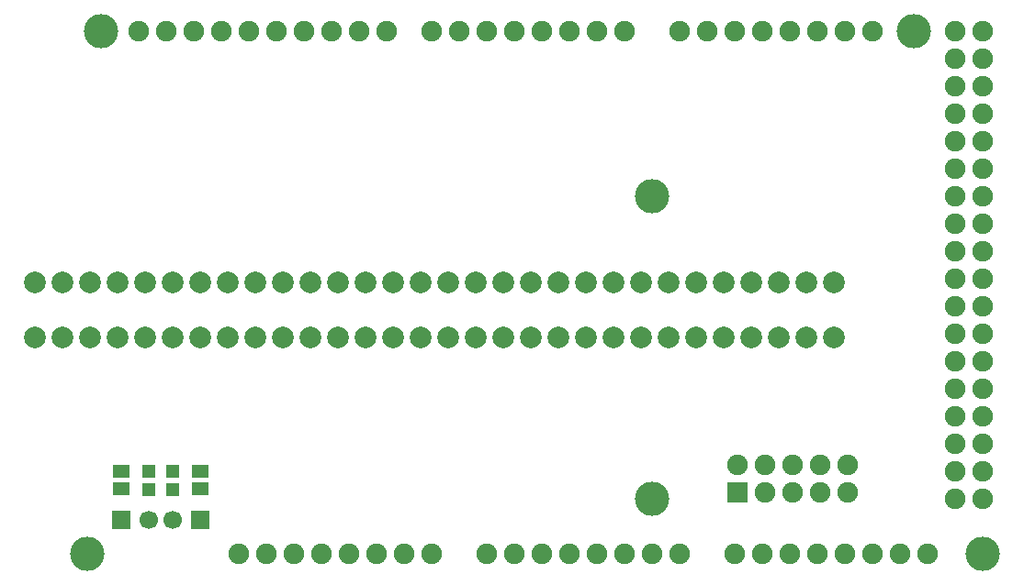
<source format=gts>
G04 DipTrace 3.2.0.1*
G04 top_mask.gts*
%MOIN*%
G04 #@! TF.FileFunction,Soldermask,Top*
G04 #@! TF.Part,Single*
%ADD19R,0.066929X0.066929*%
%ADD20C,0.066929*%
%ADD23C,0.125*%
%ADD30R,0.047244X0.051181*%
%ADD32C,0.074803*%
%ADD33R,0.074803X0.074803*%
%ADD34C,0.07874*%
%ADD38R,0.064961X0.047244*%
%FSLAX26Y26*%
G04*
G70*
G90*
G75*
G01*
G04 TopMask*
%LPD*%
D38*
X1281202Y731201D3*
Y794193D3*
X993702Y731201D3*
Y794193D3*
D20*
X1093702Y618701D3*
D19*
X993702D3*
D20*
X1181202D3*
D19*
X1281202D3*
D34*
X3581202Y1481201D3*
Y1281201D3*
X3481202Y1481201D3*
Y1281201D3*
X3081202Y1481201D3*
Y1281201D3*
X2981202Y1481201D3*
Y1281201D3*
X2881202Y1481201D3*
Y1281201D3*
X2581202D3*
Y1481201D3*
X2481202D3*
Y1281201D3*
X2081202D3*
X1981202D3*
X1881202D3*
X1781202D3*
X1681202D3*
X681202D3*
X781202D3*
X881202D3*
X981202D3*
X1081202D3*
X1181202D3*
X1281202D3*
X1381202D3*
X1481202D3*
X1581202D3*
X2081202Y1481201D3*
X1981202D3*
X1881202D3*
X1781202D3*
X1681202D3*
X1581202D3*
X1481202D3*
X1381202D3*
X1281202D3*
X1181202D3*
X1081202D3*
X981202D3*
X881202D3*
X781202D3*
X681202D3*
X2181202Y1281201D3*
Y1481201D3*
X2281202D3*
Y1281201D3*
X2381202Y1481201D3*
Y1281201D3*
X2681202D3*
Y1481201D3*
X2781202D3*
Y1281201D3*
X3181202D3*
Y1481201D3*
X3281202Y1281201D3*
Y1481201D3*
X3381202Y1281201D3*
Y1481201D3*
D33*
X3231202Y718701D3*
D32*
Y818701D3*
X3331202Y718701D3*
Y818701D3*
X3431202Y718701D3*
Y818701D3*
X3531202Y718701D3*
Y818701D3*
X3631202Y718701D3*
Y818701D3*
D30*
X1181202Y793701D3*
Y726772D3*
X1093702Y793701D3*
Y726772D3*
D32*
X4118702Y693701D3*
Y793701D3*
Y893701D3*
Y993701D3*
Y1093701D3*
Y1193701D3*
Y1293701D3*
Y1393701D3*
Y1493701D3*
Y1593701D3*
Y1693701D3*
Y1793701D3*
Y1893701D3*
Y1993701D3*
Y2093701D3*
Y2193701D3*
Y2293701D3*
X4018702Y2393701D3*
Y693701D3*
Y793701D3*
Y893701D3*
Y993701D3*
Y1093701D3*
Y1193701D3*
Y1293701D3*
Y1393701D3*
Y1493701D3*
Y1593701D3*
Y1693701D3*
Y1793701D3*
Y1893701D3*
Y1993701D3*
Y2093701D3*
Y2193701D3*
Y2293701D3*
X4118702Y2393701D3*
X1918702Y493701D3*
X1718702D3*
X1618702D3*
X1518702D3*
X1418702D3*
X2818702D3*
X2718702D3*
X2618702D3*
X2518702D3*
X2418702D3*
X2318702D3*
X1956702Y2393701D3*
X1856702D3*
X1756702D3*
X1656702D3*
X1556702D3*
X1456702D3*
X1356702D3*
X1255702D3*
X1156702D3*
X1056702D3*
X2818702D3*
X2718702D3*
X2618702D3*
X2518702D3*
X2418702D3*
X2318702D3*
X2218702D3*
X2118702D3*
X3018702D3*
X3118702D3*
X3218702D3*
X3318702D3*
X3418702D3*
X3518702D3*
X3618702D3*
X3718702D3*
X2918702Y493701D3*
X3018702D3*
X3218702D3*
X3318702D3*
X3418702D3*
X3518702D3*
X3618702D3*
X3718702D3*
X3818702D3*
X3918702D3*
X1818702D3*
X2118702D3*
X2018702D3*
D23*
X868702D3*
X918702Y2393701D3*
X2918702Y693701D3*
Y1793701D3*
X4118702Y493701D3*
X3868702Y2393701D3*
M02*

</source>
